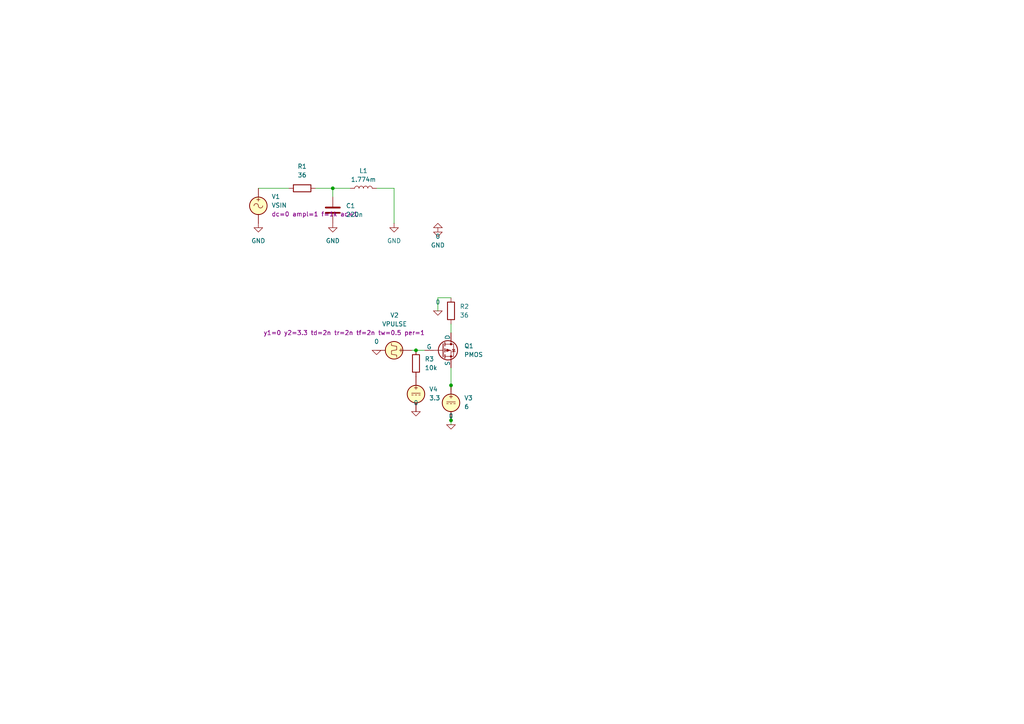
<source format=kicad_sch>
(kicad_sch (version 20250114) (generator "eeschema") (generator_version "9.0")
  (paper "A4")
  (lib_symbols
    (symbol "Device:C" (pin_numbers (hide yes)) (pin_names (offset 0.254))
      (property "Reference" "C" (at 0.635 2.54 0))
      (property "Value" "C" (at 0.635 -2.54 0))
      (symbol "C_0_1"
        (polyline (pts (xy -2.032 0.762) (xy 2.032 0.762)) (stroke (width 0.508)))
        (polyline (pts (xy -2.032 -0.762) (xy 2.032 -0.762)) (stroke (width 0.508)))
      )
      (symbol "C_1_1"
        (pin passive line (at 0 3.81 270) (length 2.794) (name "~") (number "1"))
        (pin passive line (at 0 -3.81 90) (length 2.794) (name "~") (number "2"))
      )
    )
    (symbol "Device:L" (pin_numbers (hide yes)) (pin_names (offset 1.016) (hide yes))
      (property "Reference" "L" (at -1.27 0 90))
      (property "Value" "L" (at 1.905 0 90))
      (symbol "L_0_1"
        (arc (start 0 2.54) (mid 0.6323 1.905) (end 0 1.27))
        (arc (start 0 1.27) (mid 0.6323 0.635) (end 0 0))
        (arc (start 0 0) (mid 0.6323 -0.635) (end 0 -1.27))
        (arc (start 0 -1.27) (mid 0.6323 -1.905) (end 0 -2.54))
      )
      (symbol "L_1_1"
        (pin passive line (at 0 3.81 270) (length 1.27) (name "1") (number "1"))
        (pin passive line (at 0 -3.81 90) (length 1.27) (name "2") (number "2"))
      )
    )
    (symbol "Device:R" (pin_numbers (hide yes)) (pin_names (offset 0))
      (property "Reference" "R" (at 2.032 0 90))
      (property "Value" "R" (at 0 0 90))
      (symbol "R_0_1"
        (rectangle (start -1.016 -2.54) (end 1.016 2.54) (stroke (width 0.254)))
      )
      (symbol "R_1_1"
        (pin passive line (at 0 3.81 270) (length 1.27) (name "~") (number "1"))
        (pin passive line (at 0 -3.81 90) (length 1.27) (name "~") (number "2"))
      )
    )
    (symbol "Simulation_SPICE:0" (power) (pin_numbers (hide yes)) (pin_names (offset 0) (hide yes))
      (property "Value" "0" (at 0 -2.54 0))
      (symbol "0_0_1"
        (polyline (pts (xy -1.27 0) (xy 0 -1.27) (xy 1.27 0) (xy -1.27 0)))
      )
      (symbol "0_1_1"
        (pin power_in line (at 0 0 0) (length 0) (name "~") (number "1"))
      )
    )
    (symbol "Simulation_SPICE:PMOS" (pin_numbers (hide yes)) (pin_names (offset 0))
      (property "Reference" "Q" (at 5.08 1.27 0))
      (property "Value" "PMOS" (at 5.08 -1.27 0))
      (symbol "PMOS_0_1"
        (polyline (pts (xy 0.254 1.905) (xy 0.254 -1.905)) (stroke (width 0.254)))
        (polyline (pts (xy 0.254 0) (xy -2.54 0)))
        (polyline (pts (xy 0.762 2.286) (xy 0.762 1.27)) (stroke (width 0.254)))
        (polyline (pts (xy 0.762 1.778) (xy 3.302 1.778) (xy 3.302 -1.778) (xy 0.762 -1.778)))
        (polyline (pts (xy 0.762 0.508) (xy 0.762 -0.508)) (stroke (width 0.254)))
        (polyline (pts (xy 0.762 -1.27) (xy 0.762 -2.286)) (stroke (width 0.254)))
        (circle (center 1.651 0) (radius 2.794) (stroke (width 0.254)))
        (polyline (pts (xy 2.286 0) (xy 1.27 0.381) (xy 1.27 -0.381) (xy 2.286 0)) (fill (type outline)))
        (polyline (pts (xy 2.54 2.54) (xy 2.54 1.778)))
        (circle (center 2.54 1.778) (radius 0.254) (fill (type outline)))
        (circle (center 2.54 -1.778) (radius 0.254) (fill (type outline)))
        (polyline (pts (xy 2.54 -2.54) (xy 2.54 0) (xy 0.762 0)))
        (polyline (pts (xy 2.794 -0.508) (xy 2.921 -0.381) (xy 3.683 -0.381) (xy 3.81 -0.254)))
        (polyline (pts (xy 3.302 -0.381) (xy 2.921 0.254) (xy 3.683 0.254) (xy 3.302 -0.381)))
      )
      (symbol "PMOS_1_1"
        (pin input line (at -5.08 0 0) (length 2.54) (name "G") (number "2"))
        (pin passive line (at 2.54 5.08 270) (length 2.54) (name "D") (number "1"))
        (pin passive line (at 2.54 -5.08 90) (length 2.54) (name "S") (number "3"))
      )
    )
    (symbol "Simulation_SPICE:VDC" (pin_numbers (hide yes)) (pin_names (offset 0.0254))
      (property "Reference" "V" (at 2.54 2.54 0))
      (property "Value" "1" (at 2.54 0 0))
      (symbol "VDC_0_0"
        (polyline (pts (xy -1.27 0.254) (xy 1.27 0.254)))
        (polyline (pts (xy -0.762 -0.254) (xy -1.27 -0.254)))
        (polyline (pts (xy 0.254 -0.254) (xy -0.254 -0.254)))
        (polyline (pts (xy 1.27 -0.254) (xy 0.762 -0.254)))
        (text "+" (at 0 1.905 0) (effects (font (size 1.27 1.27))))
      )
      (symbol "VDC_0_1"
        (circle (center 0 0) (radius 2.54) (stroke (width 0.254)) (fill (type background)))
      )
      (symbol "VDC_1_1"
        (pin passive line (at 0 5.08 270) (length 2.54) (name "~") (number "1"))
        (pin passive line (at 0 -5.08 90) (length 2.54) (name "~") (number "2"))
      )
    )
    (symbol "Simulation_SPICE:VPULSE" (pin_numbers (hide yes)) (pin_names (offset 0.0254))
      (property "Reference" "V" (at 2.54 2.54 0))
      (property "Value" "VPULSE" (at 2.54 0 0))
      (property "Sim.Params" "y1=0 y2=1 td=2n tr=2n tf=2n tw=50n per=100n" (at 2.54 -2.54 0))
      (symbol "VPULSE_0_0"
        (polyline (pts (xy -2.032 -0.762) (xy -1.397 -0.762) (xy -1.143 0.762) (xy -0.127 0.762) (xy 0.127 -0.762) (xy 1.143 -0.762) (xy 1.397 0.762) (xy 2.032 0.762)))
        (text "+" (at 0 1.905 0) (effects (font (size 1.27 1.27))))
      )
      (symbol "VPULSE_0_1"
        (circle (center 0 0) (radius 2.54) (stroke (width 0.254)) (fill (type background)))
      )
      (symbol "VPULSE_1_1"
        (pin passive line (at 0 5.08 270) (length 2.54) (name "~") (number "1"))
        (pin passive line (at 0 -5.08 90) (length 2.54) (name "~") (number "2"))
      )
    )
    (symbol "Simulation_SPICE:VSIN" (pin_numbers (hide yes)) (pin_names (offset 0.0254))
      (property "Reference" "V" (at 2.54 2.54 0))
      (property "Value" "VSIN" (at 2.54 0 0))
      (property "Sim.Params" "dc=0 ampl=1 f=1k ac=1" (at 2.54 -2.54 0))
      (symbol "VSIN_0_0"
        (arc (start -1.27 0) (mid -0.635 0.6323) (end 0 0))
        (arc (start 1.27 0) (mid 0.635 -0.6323) (end 0 0))
        (text "+" (at 0 1.905 0) (effects (font (size 1.27 1.27))))
      )
      (symbol "VSIN_0_1"
        (circle (center 0 0) (radius 2.54) (stroke (width 0.254)) (fill (type background)))
      )
      (symbol "VSIN_1_1"
        (pin passive line (at 0 5.08 270) (length 2.54) (name "~") (number "1"))
        (pin passive line (at 0 -5.08 90) (length 2.54) (name "~") (number "2"))
      )
    )
    (symbol "power:GND" (power) (pin_numbers (hide yes)) (pin_names (offset 0) (hide yes))
      (property "Value" "GND" (at 0 -3.81 0))
      (symbol "GND_0_1"
        (polyline (pts (xy 0 0) (xy 0 -1.27) (xy 1.27 -1.27) (xy 0 -2.54) (xy -1.27 -1.27) (xy 0 -1.27)))
      )
      (symbol "GND_1_1"
        (pin power_in line (at 0 0 270) (length 0) (name "~") (number "1"))
      )
    )
  )
  (junction (at 120.65 101.6))
  (junction (at 130.81 121.92))
  (junction (at 96.52 54.61))
  (junction (at 130.81 111.76))
  (wire (pts (xy 130.81 120.65) (xy 130.81 121.92)))
  (wire (pts (xy 130.81 113.03) (xy 130.81 111.76)))
  (wire (pts (xy 74.93 54.61) (xy 83.82 54.61)))
  (wire (pts (xy 127 86.36) (xy 127 90.17)))
  (wire (pts (xy 130.81 121.92) (xy 130.81 123.19)))
  (wire (pts (xy 119.38 101.6) (xy 120.65 101.6)))
  (wire (pts (xy 130.81 86.36) (xy 127 86.36)))
  (wire (pts (xy 109.22 54.61) (xy 114.3 54.61)))
  (wire (pts (xy 96.52 54.61) (xy 101.6 54.61)))
  (wire (pts (xy 96.52 54.61) (xy 96.52 57.15)))
  (wire (pts (xy 130.81 93.98) (xy 130.81 96.52)))
  (wire (pts (xy 114.3 54.61) (xy 114.3 64.77)))
  (wire (pts (xy 120.65 101.6) (xy 123.19 101.6)))
  (wire (pts (xy 130.81 111.76) (xy 130.81 106.68)))
  (wire (pts (xy 91.44 54.61) (xy 96.52 54.61)))
  (symbol (lib_id "Device:R") (at 130.81 90.17 0) (unit 1)
    (property "Reference" "R2" (at 133.35 88.8999 0) (effects (justify left)))
    (property "Value" "36" (at 133.35 91.4399 0) (effects (justify left)))
    (property "Description" "Resistor" (effects (hide yes)))
  )
  (symbol (lib_id "Simulation_SPICE:0") (at 109.22 101.6 0) (unit 1)
    (property "Reference" "#GND02" (effects (hide yes)))
    (property "Value" "0" (at 109.22 99.06 0))
    (property "Datasheet" "https://ngspice.sourceforge.io/docs/ngspice-html-manual/manual.xhtml#subsec_Circuit_elements__device" (effects (hide yes)))
    (property "Description" "0V reference potential for simulation" (effects (hide yes)))
  )
  (symbol (lib_id "Device:R") (at 87.63 54.61 90) (unit 1)
    (property "Reference" "R1" (at 87.63 48.26 90))
    (property "Value" "36" (at 87.63 50.8 90))
    (property "Description" "Resistor" (effects (hide yes)))
  )
  (symbol (lib_id "power:GND") (at 96.52 64.77 0) (unit 1)
    (property "Reference" "#PWR04" (effects (hide yes)))
    (property "Value" "GND" (at 96.52 69.85 0))
    (property "Description" "Power symbol creates a global label with name \"GND\" , ground" (effects (hide yes)))
  )
  (symbol (lib_id "Device:L") (at 105.41 54.61 90) (unit 1)
    (property "Reference" "L1" (at 105.41 49.53 90))
    (property "Value" "1.774m" (at 105.41 52.07 90))
    (property "Description" "Inductor" (effects (hide yes)))
  )
  (symbol (lib_id "Device:C") (at 96.52 60.96 0) (unit 1)
    (property "Reference" "C1" (at 100.33 59.6899 0) (effects (justify left)))
    (property "Value" "220n" (at 100.33 62.2299 0) (effects (justify left)))
    (property "Description" "Unpolarized capacitor" (effects (hide yes)))
  )
  (symbol (lib_id "power:GND") (at 127 66.04 0) (unit 1)
    (property "Reference" "#PWR03" (effects (hide yes)))
    (property "Value" "GND" (at 127 71.12 0))
    (property "Description" "Power symbol creates a global label with name \"GND\" , ground" (effects (hide yes)))
  )
  (symbol (lib_id "Simulation_SPICE:VSIN") (at 74.93 59.69 0) (unit 1)
    (property "Reference" "V1" (at 78.74 57.0201 0) (effects (justify left)))
    (property "Value" "VSIN" (at 78.74 59.5601 0) (effects (justify left)))
    (property "Datasheet" "https://ngspice.sourceforge.io/docs/ngspice-html-manual/manual.xhtml#sec_Independent_Sources_for" (effects (hide yes)))
    (property "Description" "Voltage source, sinusoidal" (effects (hide yes)))
    (property "Sim.Pins" "1=+ 2=-" (effects (hide yes)))
    (property "Sim.Params" "dc=0 ampl=1 f=1k ac=1" (at 78.74 62.1001 0) (effects (justify left)))
    (property "Sim.Type" "SIN" (effects (hide yes)))
    (property "Sim.Device" "V" (effects (hide yes)))
  )
  (symbol (lib_id "power:GND") (at 114.3 64.77 0) (unit 1)
    (property "Reference" "#PWR01" (effects (hide yes)))
    (property "Value" "GND" (at 114.3 69.85 0))
    (property "Description" "Power symbol creates a global label with name \"GND\" , ground" (effects (hide yes)))
  )
  (symbol (lib_id "Device:R") (at 120.65 105.41 0) (unit 1)
    (property "Reference" "R3" (at 123.19 104.1399 0) (effects (justify left)))
    (property "Value" "10k" (at 123.19 106.6799 0) (effects (justify left)))
    (property "Description" "Resistor" (effects (hide yes)))
  )
  (symbol (lib_id "Simulation_SPICE:0") (at 120.65 119.38 0) (unit 1)
    (property "Reference" "#GND05" (effects (hide yes)))
    (property "Value" "0" (at 120.65 116.84 0))
    (property "Datasheet" "https://ngspice.sourceforge.io/docs/ngspice-html-manual/manual.xhtml#subsec_Circuit_elements__device" (effects (hide yes)))
    (property "Description" "0V reference potential for simulation" (effects (hide yes)))
  )
  (symbol (lib_id "Simulation_SPICE:PMOS") (at 128.27 101.6 0) (unit 1)
    (property "Reference" "Q1" (at 134.62 100.3299 0) (effects (justify left)))
    (property "Value" "PMOS" (at 134.62 102.8699 0) (effects (justify left)))
    (property "Datasheet" "https://ngspice.sourceforge.io/docs/ngspice-html-manual/manual.xhtml#cha_MOSFETs" (effects (hide yes)))
    (property "Description" "P-MOSFET transistor, drain/source/gate" (effects (hide yes)))
    (property "Sim.Device" "PMOS" (effects (hide yes)))
    (property "Sim.Type" "VDMOS" (effects (hide yes)))
    (property "Sim.Pins" "1=D 2=G 3=S" (effects (hide yes)))
  )
  (symbol (lib_id "Simulation_SPICE:VPULSE") (at 114.3 101.6 270) (unit 1)
    (property "Reference" "V2" (at 114.4298 91.44 90))
    (property "Value" "VPULSE" (at 114.4298 93.98 90))
    (property "Datasheet" "https://ngspice.sourceforge.io/docs/ngspice-html-manual/manual.xhtml#sec_Independent_Sources_for" (effects (hide yes)))
    (property "Description" "Voltage source, pulse" (effects (hide yes)))
    (property "Sim.Pins" "1=+ 2=-" (effects (hide yes)))
    (property "Sim.Type" "PULSE" (effects (hide yes)))
    (property "Sim.Device" "V" (effects (hide yes)))
    (property "Sim.Params" "y1=0 y2=3.3 td=2n tr=2n tf=2n tw=0.5 per=1" (at 99.822 96.52 90))
  )
  (symbol (lib_id "Simulation_SPICE:VDC") (at 130.81 116.84 0) (unit 1)
    (property "Reference" "V3" (at 134.62 115.4401 0) (effects (justify left)))
    (property "Value" "6" (at 134.62 117.9801 0) (effects (justify left)))
    (property "Datasheet" "https://ngspice.sourceforge.io/docs/ngspice-html-manual/manual.xhtml#sec_Independent_Sources_for" (effects (hide yes)))
    (property "Description" "Voltage source, DC" (effects (hide yes)))
    (property "Sim.Pins" "1=+ 2=-" (effects (hide yes)))
    (property "Sim.Type" "DC" (effects (hide yes)))
    (property "Sim.Device" "V" (effects (hide yes)))
  )
  (symbol (lib_id "Simulation_SPICE:VDC") (at 120.65 114.3 0) (unit 1)
    (property "Reference" "V4" (at 124.46 112.9001 0) (effects (justify left)))
    (property "Value" "3.3" (at 124.46 115.4401 0) (effects (justify left)))
    (property "Datasheet" "https://ngspice.sourceforge.io/docs/ngspice-html-manual/manual.xhtml#sec_Independent_Sources_for" (effects (hide yes)))
    (property "Description" "Voltage source, DC" (effects (hide yes)))
    (property "Sim.Pins" "1=+ 2=-" (effects (hide yes)))
    (property "Sim.Type" "DC" (effects (hide yes)))
    (property "Sim.Device" "V" (effects (hide yes)))
  )
  (symbol (lib_id "power:GND") (at 74.93 64.77 0) (unit 1)
    (property "Reference" "#PWR02" (effects (hide yes)))
    (property "Value" "GND" (at 74.93 69.85 0))
    (property "Description" "Power symbol creates a global label with name \"GND\" , ground" (effects (hide yes)))
  )
  (symbol (lib_id "Simulation_SPICE:0") (at 130.81 123.19 0) (unit 1)
    (property "Reference" "#GND03" (effects (hide yes)))
    (property "Value" "0" (at 130.81 120.65 0))
    (property "Datasheet" "https://ngspice.sourceforge.io/docs/ngspice-html-manual/manual.xhtml#subsec_Circuit_elements__device" (effects (hide yes)))
    (property "Description" "0V reference potential for simulation" (effects (hide yes)))
  )
  (symbol (lib_id "Simulation_SPICE:0") (at 127 66.04 180) (unit 1)
    (property "Reference" "#GND01" (effects (hide yes)))
    (property "Value" "0" (at 127 68.58 0))
    (property "Datasheet" "https://ngspice.sourceforge.io/docs/ngspice-html-manual/manual.xhtml#subsec_Circuit_elements__device" (effects (hide yes)))
    (property "Description" "0V reference potential for simulation" (effects (hide yes)))
  )
  (symbol (lib_id "Simulation_SPICE:0") (at 127 90.17 0) (unit 1)
    (property "Reference" "#GND04" (effects (hide yes)))
    (property "Value" "0" (at 127 87.63 0))
    (property "Datasheet" "https://ngspice.sourceforge.io/docs/ngspice-html-manual/manual.xhtml#subsec_Circuit_elements__device" (effects (hide yes)))
    (property "Description" "0V reference potential for simulation" (effects (hide yes)))
  )
)
</source>
